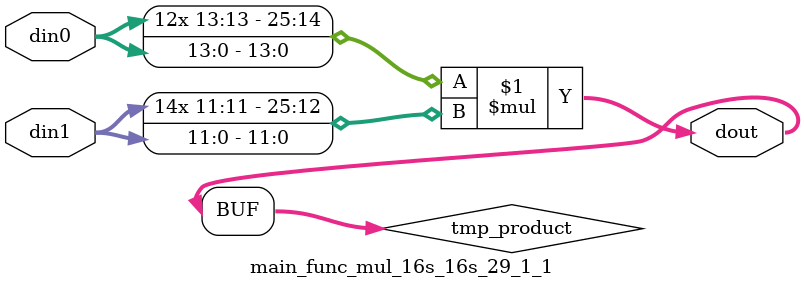
<source format=v>

`timescale 1 ns / 1 ps

  module main_func_mul_16s_16s_29_1_1(din0, din1, dout);
parameter ID = 1;
parameter NUM_STAGE = 0;
parameter din0_WIDTH = 14;
parameter din1_WIDTH = 12;
parameter dout_WIDTH = 26;

input [din0_WIDTH - 1 : 0] din0; 
input [din1_WIDTH - 1 : 0] din1; 
output [dout_WIDTH - 1 : 0] dout;

wire signed [dout_WIDTH - 1 : 0] tmp_product;













assign tmp_product = $signed(din0) * $signed(din1);








assign dout = tmp_product;







endmodule

</source>
